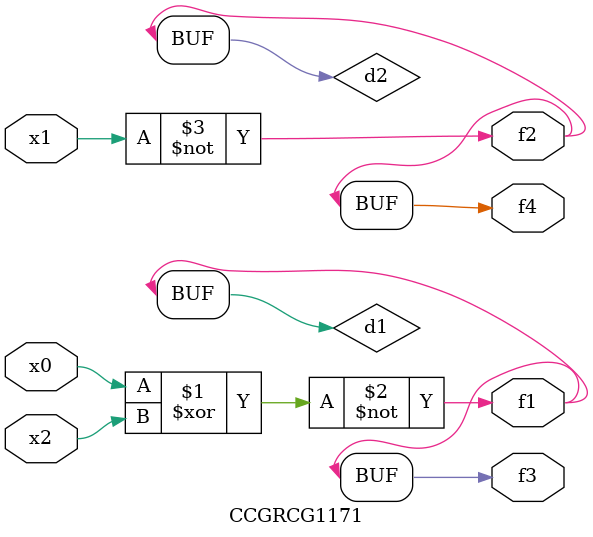
<source format=v>
module CCGRCG1171(
	input x0, x1, x2,
	output f1, f2, f3, f4
);

	wire d1, d2, d3;

	xnor (d1, x0, x2);
	nand (d2, x1);
	nor (d3, x1, x2);
	assign f1 = d1;
	assign f2 = d2;
	assign f3 = d1;
	assign f4 = d2;
endmodule

</source>
